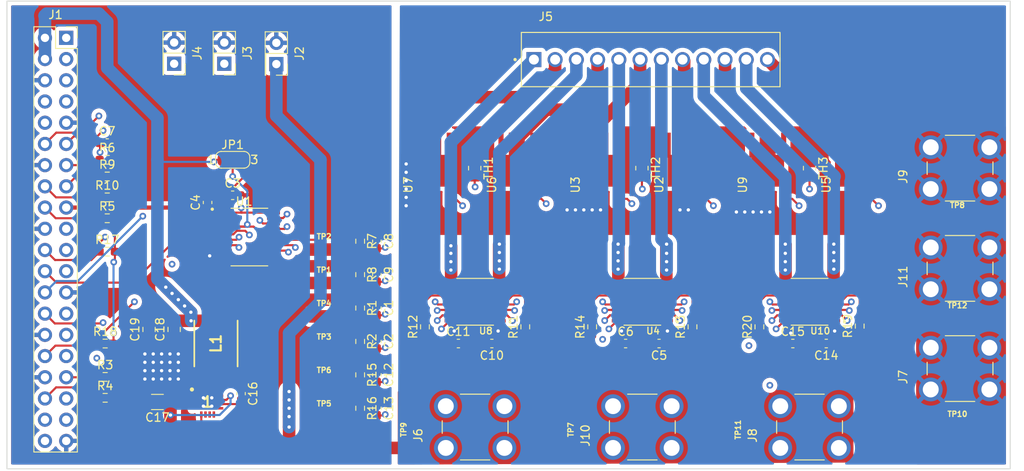
<source format=kicad_pcb>
(kicad_pcb (version 20211014) (generator pcbnew)
  (layers (0 "F.Cu" signal) (1 "In1.Cu" signal) (2 "In2.Cu" signal) (31 "B.Cu" signal) (34 "B.Paste" user) (35 "F.Paste" user) (36 "B.SilkS" user "B.Silkscreen") (37 "F.SilkS" user "F.Silkscreen") (38 "B.Mask" user) (39 "F.Mask" user) (44 "Edge.Cuts" user))
  (net 0 "")
  (net 1 "GND")
  (net 2 "/GATE_TEC0")
  (net 3 "/GATE_TEC1")
  (net 4 "+3.3V")
  (net 5 "/GATE_TEC2")
  (net 6 "/GATE_TEC3")
  (net 7 "/LED_SENS")
  (net 8 "/GATE_LED1")
  (net 9 "/GATE_LED0")
  (net 10 "Vdrive")
  (net 11 "+5V")
  (net 14 "/TEMP_LED0")
  (net 15 "/TEMP_LED1")
  (net 16 "/SPI_MOSI")
  (net 17 "/SPI_MISO")
  (net 18 "/SPI_SCK")
  (net 19 "/CS")
  (net 20 "/LATCH")
  (net 25 "Net-(JP1-Pad2)")
  (net 26 "Net-(R11-Pad2)")
  (net 27 "Net-(R12-Pad2)")
  (net 32 "/LED0-")
  (net 33 "/LED1-")
  (net 34 "/LED_LATCH")
  (net 35 "/LED_ENABLE")
  (net 36 "/LED0+")
  (net 37 "/LED1+")
  (net 38 "/TEC0_DIAG_ENABLE")
  (net 39 "/TEC1_DIAG_ENABLE")
  (net 40 "/SEL1")
  (net 41 "/TEMP_CHAMBER0")
  (net 42 "/LED_DIAG_ENABLE")
  (net 43 "/TEC_LED_LATCH")
  (net 44 "/TEC_CHAMBER_LATCH")
  (net 45 "/TEMP_CHAMBER1")
  (net 46 "/SEL0")
  (net 47 "Net-(R13-Pad2)")
  (net 48 "Net-(R14-Pad2)")
  (net 49 "Net-(R19-Pad2)")
  (net 50 "Net-(R20-Pad2)")
  (net 51 "/TEC0-")
  (net 52 "/TEC1-")
  (net 53 "/TEC_ENABLE")
  (net 54 "/TEC0+")
  (net 55 "/TEC1+")
  (net 56 "/TEC2-")
  (net 57 "/TEC3-")
  (net 58 "/TEC2+")
  (net 59 "/TEC3+")
  (net 60 "/TEMP_DRIVER_TEC_LED")
  (net 61 "/TEMP_DRIVER_TEC_CHAMBER")
  (net 62 "/TEMP_DRIVER_LED")
  (net 63 "Net-(1-Pad1)")
  (net 68 "Net-(1-Pad10)")
  (footprint "Connector_PinSocket_2.54mm:PinSocket_2x20_P2.54mm_Vertical" (layer "F.Cu") (at 119.09 61.4)
    (fp_text reference "J1")
    (fp_text value "Raspberry_Pi_2_3")
  )
  (footprint "Connector_PinSocket_2.54mm:PinSocket_2x01_P2.54mm_Vertical" (layer "F.Cu") (at 132 64.5 -90)
    (fp_text reference "J4")
    (fp_text value "TEMP_CHAMBER0")
  )
  (footprint "Resistor_SMD:R_0603_1608Metric_Pad0.98x0.95mm_HandSolder" (layer "F.Cu") (at 202 96 90)
    (fp_text reference "R20")
    (fp_text value "10k")
  )
  (footprint "Capacitor_SMD:C_0603_1608Metric_Pad1.08x0.95mm_HandSolder" (layer "F.Cu") (at 166 98)
    (fp_text reference "C11")
    (fp_text value "4.7u")
  )
  (footprint "custom_lib:TP420X150" (layer "F.Cu") (at 150.25 86.75)
    (fp_text reference "TP2")
    (fp_text value "GATE_LED1")
  )
  (footprint "Capacitor_SMD:C_0603_1608Metric_Pad1.08x0.95mm_HandSolder" (layer "F.Cu") (at 136 81.1125 90)
    (fp_text reference "C4")
    (fp_text value "10uF")
  )
  (footprint "Resistor_SMD:R_0603_1608Metric_Pad0.98x0.95mm_HandSolder" (layer "F.Cu") (at 124 83)
    (fp_text reference "R5")
    (fp_text value "10k")
  )
  (footprint "Resistor_SMD:R_0603_1608Metric_Pad0.98x0.95mm_HandSolder" (layer "F.Cu") (at 154.25 101.75 -90)
    (fp_text reference "R15")
    (fp_text value "1k")
  )
  (footprint "Resistor_SMD:R_0603_1608Metric_Pad0.98x0.95mm_HandSolder" (layer "F.Cu") (at 124 80.5)
    (fp_text reference "R10")
    (fp_text value "10k")
  )
  (footprint "Resistor_SMD:R_0603_1608Metric_Pad0.98x0.95mm_HandSolder" (layer "F.Cu") (at 124 87)
    (fp_text reference "R17")
    (fp_text value "10k")
  )
  (footprint "Resistor_SMD:R_0603_1608Metric_Pad0.98x0.95mm_HandSolder" (layer "F.Cu") (at 174 96 90)
    (fp_text reference "R11")
    (fp_text value "10k")
  )
  (footprint "custom_lib:PowerPAK SO-8DC" (layer "F.Cu") (at 203 78 90)
    (fp_text reference "U9")
    (fp_text value "SIDR392DP-T1-GE3")
  )
  (footprint "Jumper:SolderJumper-3_P1.3mm_Open_RoundedPad1.0x1.5mm_NumberLabels" (layer "F.Cu") (at 139 76)
    (fp_text reference "JP1")
    (fp_text value "Vref_select")
  )
  (footprint "custom_lib:PowerPAK SO-8DC" (layer "F.Cu") (at 183 78 90)
    (fp_text reference "U3")
    (fp_text value "SIDR392DP-T1-GE3")
  )
  (footprint "custom_lib:TE_1-282834-2" (layer "F.Cu") (at 189 64)
    (fp_text reference "J5")
    (fp_text value "1-282834-2")
  )
  (footprint "Resistor_SMD:R_0603_1608Metric_Pad0.98x0.95mm_HandSolder" (layer "F.Cu") (at 154.25 85.75 -90)
    (fp_text reference "R7")
    (fp_text value "1k")
  )
  (footprint "custom_lib:TP420X150" (layer "F.Cu") (at 150.25 98.75)
    (fp_text reference "TP3")
    (fp_text value "GATE_TEC0")
  )
  (footprint "custom_lib:SOP65P640X120-20N" (layer "F.Cu") (at 141 85.25)
    (fp_text reference "U1")
    (fp_text value "MCP48FEB28T-20E/ST")
  )
  (footprint "custom_lib:QFN50P300X300X100-17N-D" (layer "F.Cu") (at 136 105)
    (fp_text reference "1")
    (fp_text value "TS30012-M050QFNR" hide)
  )
  (footprint "Resistor_SMD:R_0805_2012Metric_Pad1.20x1.40mm_HandSolder" (layer "F.Cu") (at 187.95 77 -90)
    (fp_text reference "TH2")
    (fp_text value "Thermistor_NTC")
  )
  (footprint "Resistor_SMD:R_0603_1608Metric_Pad0.98x0.95mm_HandSolder" (layer "F.Cu") (at 194 96 90)
    (fp_text reference "R13")
    (fp_text value "10k")
  )
  (footprint "Capacitor_SMD:C_0805_2012Metric_Pad1.18x1.45mm_HandSolder" (layer "F.Cu") (at 132 96.315 90)
    (fp_text reference "C18")
    (fp_text value "22uF")
  )
  (footprint "Connector_PinSocket_2.54mm:PinSocket_2x01_P2.54mm_Vertical" (layer "F.Cu") (at 144.225 64.54 -90)
    (fp_text reference "J2")
    (fp_text value "FAN")
  )
  (footprint "custom_lib:KEYSTONE_7767" (layer "F.Cu") (at 226 77 90)
    (fp_text reference "J9")
    (fp_text value "GND")
  )
  (footprint "custom_lib:TP420X150" (layer "F.Cu") (at 226 83)
    (fp_text reference "TP8")
    (fp_text value "GND")
  )
  (footprint "custom_lib:PowerPAK SO-8DC" (layer "F.Cu") (at 163 78 90)
    (fp_text reference "U7")
    (fp_text value "SIDR392DP-T1-GE3")
  )
  (footprint "Capacitor_SMD:C_0603_1608Metric_Pad1.08x0.95mm_HandSolder" (layer "F.Cu") (at 210 98 180)
    (fp_text reference "C14")
    (fp_text value "220n")
  )
  (footprint "custom_lib:TP420X150" (layer "F.Cu") (at 201 108 90)
    (fp_text reference "TP11")
    (fp_text value "VDrive")
  )
  (footprint "custom_lib:KEYSTONE_7767" (layer "F.Cu") (at 226 101 90)
    (fp_text reference "J7")
    (fp_text value "GND")
  )
  (footprint "Resistor_SMD:R_0603_1608Metric_Pad0.98x0.95mm_HandSolder" (layer "F.Cu") (at 162 96 90)
    (fp_text reference "R12")
    (fp_text value "10k")
  )
  (footprint "Resistor_SMD:R_0603_1608Metric_Pad0.98x0.95mm_HandSolder" (layer "F.Cu") (at 154.25 97.75 -90)
    (fp_text reference "R2")
    (fp_text value "1k")
  )
  (footprint "Capacitor_SMD:C_0603_1608Metric_Pad1.08x0.95mm_HandSolder" (layer "F.Cu") (at 156.25 105.75 -90)
    (fp_text reference "C13")
    (fp_text value "100n")
  )
  (footprint "Capacitor_SMD:C_1206_3216Metric_Pad1.33x1.80mm_HandSolder" (layer "F.Cu") (at 130 105 180)
    (fp_text reference "C17")
    (fp_text value "10uF 35V")
  )
  (footprint "Resistor_SMD:R_0603_1608Metric_Pad0.98x0.95mm_HandSolder" (layer "F.Cu") (at 123.75 102)
    (fp_text reference "R3")
    (fp_text value "10k")
  )
  (footprint "custom_lib:PowerPAK SO-8DC" (layer "F.Cu") (at 173 78 90)
    (fp_text reference "U6")
    (fp_text value "SIDR392DP-T1-GE3")
  )
  (footprint "Capacitor_SMD:C_0603_1608Metric_Pad1.08x0.95mm_HandSolder" (layer "F.Cu") (at 156.25 85.75 -90)
    (fp_text reference "C8")
    (fp_text value "100n")
  )
  (footprint "Resistor_SMD:R_0603_1608Metric_Pad0.98x0.95mm_HandSolder" (layer "F.Cu") (at 123.75 104.5)
    (fp_text reference "R4")
    (fp_text value "10k")
  )
  (footprint "Resistor_SMD:R_0805_2012Metric_Pad1.20x1.40mm_HandSolder" (layer "F.Cu") (at 167.95 77 -90)
    (fp_text reference "TH1")
    (fp_text value "Thermistor_NTC")
  )
  (footprint "Connector_PinSocket_2.54mm:PinSocket_2x01_P2.54mm_Vertical" (layer "F.Cu") (at 138 64.5 -90)
    (fp_text reference "J3")
    (fp_text value "TEMP_CHAMBER1")
  )
  (footprint "Capacitor_SMD:C_0603_1608Metric_Pad1.08x0.95mm_HandSolder" (layer "F.Cu") (at 156.25 93.75 -90)
    (fp_text reference "C1")
    (fp_text value "100n")
  )
  (footprint "Resistor_SMD:R_0603_1608Metric_Pad0.98x0.95mm_HandSolder" (layer "F.Cu") (at 182 96 90)
    (fp_text reference "R14")
    (fp_text value "10k")
  )
  (footprint "custom_lib:SOP65P640X120-17N" (layer "F.Cu") (at 188 93 180)
    (fp_text reference "U4")
    (fp_text value "TPS2HB50BQPWPRQ1")
  )
  (footprint "Capacitor_SMD:C_0603_1608Metric_Pad1.08x0.95mm_HandSolder" (layer "F.Cu") (at 190 98 180)
    (fp_text reference "C5")
    (fp_text value "220n")
  )
  (footprint "Resistor_SMD:R_0603_1608Metric_Pad0.98x0.95mm_HandSolder" (layer "F.Cu") (at 154.25 89.75 -90)
    (fp_text reference "R8")
    (fp_text value "1k")
  )
  (footprint "Capacitor_SMD:C_0603_1608Metric_Pad1.08x0.95mm_HandSolder" (layer "F.Cu") (at 140 104 -90)
    (fp_text reference "C16")
    (fp_text value "0.022uF 10V")
  )
  (footprint "custom_lib:TP420X150" (layer "F.Cu") (at 181 108 90)
    (fp_text reference "TP7")
    (fp_text value "VDrive")
  )
  (footprint "custom_lib:TP420X150" (layer "F.Cu") (at 161 108 90)
    (fp_text reference "TP9")
    (fp_text value "VDrive")
  )
  (footprint "custom_lib:KEYSTONE_7767" (layer "F.Cu") (at 188 108 90)
    (fp_text reference "J10")
    (fp_text value "VDrive")
  )
  (footprint "Resistor_SMD:R_0603_1608Metric_Pad0.98x0.95mm_HandSolder" (layer "F.Cu") (at 154.25 93.75 -90)
    (fp_text reference "R1")
    (fp_text value "1k")
  )
  (footprint "custom_lib:PowerPAK SO-8DC" (layer "F.Cu") (at 193 78 90)
    (fp_text reference "U2")
    (fp_text value "SIDR392DP-T1-GE3")
  )
  (footprint "Capacitor_SMD:C_0603_1608Metric_Pad1.08x0.95mm_HandSolder" (layer "F.Cu") (at 156.25 101.75 -90)
    (fp_text reference "C12")
    (fp_text value "100n")
  )
  (footprint "Resistor_SMD:R_0603_1608Metric_Pad0.98x0.95mm_HandSolder" (layer "F.Cu") (at 124 78)
    (fp_text reference "R9")
    (fp_text value "10k")
  )
  (footprint "Resistor_SMD:R_0805_2012Metric_Pad1.20x1.40mm_HandSolder" (layer "F.Cu") (at 208 77 -90)
    (fp_text reference "TH3")
    (fp_text value "Thermistor_NTC")
  )
  (footprint "custom_lib:TP420X150" (layer "F.Cu") (at 226 108)
    (fp_text reference "TP10")
    (fp_text value "GND")
  )
  (footprint "custom_lib:SOP65P640X120-17N" (layer "F.Cu") (at 168 93 180)
    (fp_text reference "U8")
    (fp_text value "TPS2HB50BQPWPRQ1")
  )
  (footprint "custom_lib:SOP65P640X120-17N" (layer "F.Cu") (at 208 93 180)
    (fp_text reference "U10")
    (fp_text value "TPS2HB50BQPWPRQ1")
  )
  (footprint "custom_lib:KEYSTONE_7767" (layer "F.Cu") (at 208 108 90)
    (fp_text reference "J8")
    (fp_text value "VDrive")
  )
  (footprint "Capacitor_SMD:C_0603_1608Metric_Pad1.08x0.95mm_HandSolder" (layer "F.Cu") (at 156.25 89.75 -90)
    (fp_text reference "C9")
    (fp_text value "100n")
  )
  (footprint "Capacitor_SMD:C_0603_1608Metric_Pad1.08x0.95mm_HandSolder" (layer "F.Cu") (at 139 80.25)
    (fp_text reference "C3")
    (fp_text value "100n")
  )
  (footprint "Resistor_SMD:R_0603_1608Metric_Pad0.98x0.95mm_HandSolder" (layer "F.Cu") (at 123.75 98)
    (fp_text reference "R18")
    (fp_text value "10k")
  )
  (footprint "custom_lib:TP420X150" (layer "F.Cu") (at 226 95)
    (fp_text reference "TP12")
    (fp_text value "GND")
  )
  (footprint "Capacitor_SMD:C_0805_2012Metric_Pad1.18x1.45mm_HandSolder" (layer "F.Cu") (at 129 96.315 90)
    (fp_text reference "C19")
    (fp_text value "22uF")
  )
  (footprint "custom_lib:KEYSTONE_7767" (layer "F.Cu") (at 226 89 90)
    (fp_text reference "J11")
    (fp_text value "GND")
  )
  (footprint "custom_lib:INDPM5552X300N" (layer "F.Cu") (at 137 98 90)
    (fp_text reference "L1")
    (fp_text value "IHLP2020CZER4R7MA1" hide)
  )
  (footprint "Capacitor_SMD:C_0603_1608Metric_Pad1.08x0.95mm_HandSolder" (layer "F.Cu") (at 156.25 97.75 -90)
    (fp_text reference "C2")
    (fp_text value "100n")
  )
  (footprint "Capacitor_SMD:C_0603_1608Metric_Pad1.08x0.95mm_HandSolder" (layer "F.Cu") (at 186 98)
    (fp_text reference "C6")
    (fp_text value "4.7u")
  )
  (footprint "custom_lib:KEYSTONE_7767" (layer "F.Cu") (at 168 108 90)
    (fp_text reference "J6")
    (fp_text value "VDrive")
  )
  (footprint "Capacitor_SMD:C_0603_1608Metric_Pad1.08x0.95mm_HandSolder" (layer "F.Cu") (at 170 98 180)
    (fp_text reference "C10")
    (fp_text value "220n")
  )
  (footprint "custom_lib:TP420X150" (layer "F.Cu") (at 150.25 90.75)
    (fp_text reference "TP1")
    (fp_text value "GATE_LED0")
  )
  (footprint "Resistor_SMD:R_0603_1608Metric_Pad0.98x0.95mm_HandSolder" (layer "F.Cu") (at 124 76)
    (fp_text reference "R6")
    (fp_text value "1k")
  )
  (footprint "custom_lib:TP420X150" (layer "F.Cu") (at 150.25 102.75)
    (fp_text reference "TP6")
    (fp_text value "GATE_TEC3")
  )
  (footprint "custom_lib:TP420X150" (layer "F.Cu") (at 150.25 94.75)
    (fp_text reference "TP4")
    (fp_text value "GATE_TEC1")
  )
  (footprint "Capacitor_SMD:C_0603_1608Metric_Pad1.08x0.95mm_HandSolder" (layer "F.Cu") (at 206 98)
    (fp_text reference "C15")
    (fp_text value "4.7u")
  )
  (footprint "custom_lib:PowerPAK SO-8DC" (layer "F.Cu") (at 213 78 90)
    (fp_text reference "U5")
    (fp_text value "SIDR392DP-T1-GE3")
  )
  (footprint "custom_lib:TP420X150" (layer "F.Cu") (at 150.25 106.75)
    (fp_text reference "TP5")
    (fp_text value "GATE_TEC2")
  )
  (footprint "Resistor_SMD:R_0603_1608Metric_Pad0.98x0.95mm_HandSolder" (layer "F.Cu") (at 214 95.9125 90)
    (fp_text reference "R19")
    (fp_text value "10k")
  )
  (footprint "Resistor_SMD:R_0603_1608Metric_Pad0.98x0.95mm_HandSolder" (layer "F.Cu") (at 154.25 105.75 -90)
    (fp_text reference "R16")
    (fp_text value "1k")
  )
  (footprint "Capacitor_SMD:C_0603_1608Metric_Pad1.08x0.95mm_HandSolder" (layer "F.Cu") (at 124 74)
    (fp_text reference "C7")
    (fp_text value "10n")
  )
  (gr_rect (start 112 57) (end 232 113) (layer "Edge.Cuts") (width 0.1) (fill none))
  (segment (start 138.12 87.525) (end 136.275 87.525) (width 0.25) (layer "F.Cu") (net 1))
  (segment (start 165.1375 96.8625) (end 165.5 96.5) (width 0.25) (layer "F.Cu") (net 1))
  (segment (start 190.87 95.275) (end 190.87 96.37) (width 0.25) (layer "F.Cu") (net 1))
  (segment (start 190.87 96.37) (end 191 96.5) (width 0.25) (layer "F.Cu") (net 1))
  (segment (start 205.1375 97.3625) (end 205.75 96.75) (width 0.25) (layer "F.Cu") (net 1))
  (segment (start 210.8625 98) (end 210.8625 96.6375) (width 0.25) (layer "F.Cu") (net 1))
  (segment (start 134.5 105.75) (end 135.25 105.75) (width 0.25) (layer "F.Cu") (net 1))
  (segment (start 135.75 104.75) (end 136 105) (width 0.25) (layer "F.Cu") (net 1))
  (segment (start 135.25 105.75) (end 135.5 105.5) (width 0.25) (layer "F.Cu") (net 1))
  (segment (start 136.25 103.5) (end 136.25 104.75) (width 0.25) (layer "F.Cu") (net 1))
  (segment (start 170.87 95.275) (end 170.87 96.38) (width 0.25) (layer "F.Cu") (net 1))
  (segment (start 210.87 96.37) (end 211 96.5) (width 0.25) (layer "F.Cu") (net 1))
  (segment (start 210.87 95.275) (end 210.87 96.37) (width 0.25) (layer "F.Cu") (net 1))
  (segment (start 170.87 96.38) (end 170.75 96.5) (width 0.25) (layer "F.Cu") (net 1))
  (segment (start 170.75 97.8875) (end 170.8625 98) (width 0.25) (layer "F.Cu") (net 1))
  (segment (start 170.75 96.5) (end 170.75 97.8875) (width 0.25) (layer "F.Cu") (net 1))
  (segment (start 135.75 103.5) (end 135.75 104.75) (width 0.25) (layer "F.Cu") (net 1))
  (segment (start 165.1375 98) (end 165.1375 96.8625) (width 0.25) (layer "F.Cu") (net 1))
  (segment (start 136.275 87.525) (end 136.25 87.5) (width 0.25) (layer "F.Cu") (net 1))
  (segment (start 210.8625 96.6375) (end 211 96.5) (width 0.25) (layer "F.Cu") (net 1))
  (segment (start 185.1375 96.8625) (end 185.5 96.5) (width 0.25) (layer "F.Cu") (net 1))
  (segment (start 191 96.5) (end 191 97.8625) (width 0.25) (layer "F.Cu") (net 1))
  (segment (start 191 97.8625) (end 190.8625 98) (width 0.25) (layer "F.Cu") (net 1))
  (segment (start 136.25 104.75) (end 136 105) (width 0.25) (layer "F.Cu") (net 1))
  (segment (start 185.1375 98) (end 185.1375 96.8625) (width 0.25) (layer "F.Cu") (net 1))
  (segment (start 205.1375 98) (end 205.1375 97.3625) (width 0.25) (layer "F.Cu") (net 1))
  (via (at 136.5 105.5) (size 0.8) (drill 0.4) (layers "F.Cu" "B.Cu") (net 1))
  (via (at 131.5 99.25) (size 0.8) (drill 0.4) (layers "F.Cu" "B.Cu") (net 1))
  (via (at 129.5 99.25) (size 0.8) (drill 0.4) (layers "F.Cu" "B.Cu") (net 1))
  (via (at 199.25 82.25) (size 0.8) (drill 0.4) (layers "F.Cu" "B.Cu") (net 1))
  (via (at 159.75 76.5) (size 0.8) (drill 0.4) (layers "F.Cu" "B.Cu") (net 1))
  (via (at 182 82) (size 0.8) (drill 0.4) (layers "F.Cu" "B.Cu") (net 1))
  (via (at 136.25 87.5) (size 0.8) (drill 0.4) (layers "F.Cu" "B.Cu") (net 1))
  (via (at 131.5 100.25) (size 0.8) (drill 0.4) (layers "F.Cu" "B.Cu") (net 1))
  (via (at 179 82) (size 0.8) (drill 0.4) (layers "F.Cu" "B.Cu") (net 1))
  (via (at 159.75 80.5) (size 0.8) (drill 0.4) (layers "F.Cu" "B.Cu") (net 1))
  (via (at 136.5 104.5) (size 0.8) (drill 0.4) (layers "F.Cu" "B.Cu") (net 1))
  (via (at 159.75 81.5) (size 0.8) (drill 0.4) (layers "F.Cu" "B.Cu") (net 1))
  (via (at 128.5 101.25) (size 0.8) (drill 0.4) (layers "F.Cu" "B.Cu") (net 1))
  (via (at 201.25 82.25) (size 0.8) (drill 0.4) (layers "F.Cu" "B.Cu") (net 1))
  (via (at 132.5 100.25) (size 0.8) (drill 0.4) (layers "F.Cu" "B.Cu") (net 1))
  (via (at 170.75 96.5) (size 0.8) (drill 0.4) (layers "F.Cu" "B.Cu") (net 1))
  (via (at 129.5 102.25) (size 0.8) (drill 0.4) (layers "F.Cu" "B.Cu") (net 1))
  (via (at 159.75 79.5) (size 0.8) (drill 0.4) (layers "F.Cu" "B.Cu") (net 1))
  (via (at 130.5 102.25) (size 0.8) (drill 0.4) (layers "F.Cu" "B.Cu") (net 1))
  (via (at 130.5 101.25) (size 0.8) (drill 0.4) (layers "F.Cu" "B.Cu") (net 1))
  (via (at 128.5 102.25) (size 0.8) (drill 0.4) (layers "F.Cu" "B.Cu") (net 1))
  (via (at 130.5 100.25) (size 0.8) (drill 0.4) (layers "F.Cu" "B.Cu") (net 1))
  (via (at 185.5 96.5) (size 0.8) (drill 0.4) (layers "F.Cu" "B.Cu") (net 1))
  (via (at 159.75 78.5) (size 0.8) (drill 0.4) (layers "F.Cu" "B.Cu") (net 1))
  (via (at 131.5 102.25) (size 0.8) (drill 0.4) (layers "F.Cu" "B.Cu") (net 1))
  (via (at 128.5 99.25) (size 0.8) (drill 0.4) (layers "F.Cu" "B.Cu") (net 1))
  (via (at 192.5 82) (size 0.8) (drill 0.4) (layers "F.Cu" "B.Cu") (net 1))
  (via (at 159.75 77.5) (size 0.8) (drill 0.4) (layers "F.Cu" "B.Cu") (net 1))
  (via (at 205.75 96.75) (size 0.8) (drill 0.4) (layers "F.Cu" "B.Cu") (net 1))
  (via (at 135.5 105.5) (size 0.8) (drill 0.4) (layers "F.Cu" "B.Cu") (net 1))
  (via (at 200.25 82.25) (size 0.8) (drill 0.4) (layers "F.Cu" "B.Cu") (net 1))
  (via (at 132.5 101.25) (size 0.8) (drill 0.4) (layers "F.Cu" "B.Cu") (net 1))
  (via (at 165.5 96.5) (size 0.8) (drill 0.4) (layers "F.Cu" "B.Cu") (net 1))
  (via (at 180 82) (size 0.8) (drill 0.4) (layers "F.Cu" "B.Cu") (net 1))
  (via (at 183 82) (size 0.8) (drill 0.4) (layers "F.Cu" "B.Cu") (net 1))
  (via (at 128.5 100.25) (size 0.8) (drill 0.4) (layers "F.Cu" "B.Cu") (net 1))
  (via (at 211 96.5) (size 0.8) (drill 0.4) (layers "F.Cu" "B.Cu") (net 1))
  (via (at 132.5 102.25) (size 0.8) (drill 0.4) (layers "F.Cu" "B.Cu") (net 1))
  (via (at 193.5 82) (size 0.8) (drill 0.4) (layers "F.Cu" "B.Cu") (net 1))
  (via (at 132.5 99.25) (size 0.8) (drill 0.4) (layers "F.Cu" "B.Cu") (net 1))
  (via (at 191 96.5) (size 0.8) (drill 0.4) (layers "F.Cu" "B.Cu") (net 1))
  (via (at 202.25 82.25) (size 0.8) (drill 0.4) (layers "F.Cu" "B.Cu") (net 1))
  (via (at 203.25 82.25) (size 0.8) (drill 0.4) (layers "F.Cu" "B.Cu") (net 1))
  (via (at 129.5 100.25) (size 0.8) (drill 0.4) (layers "F.Cu" "B.Cu") (net 1))
  (via (at 181 82) (size 0.8) (drill 0.4) (layers "F.Cu" "B.Cu") (net 1))
  (via (at 135.5 104.5) (size 0.8) (drill 0.4) (layers "F.Cu" "B.Cu") (net 1))
  (via (at 130.5 99.25) (size 0.8) (drill 0.4) (layers "F.Cu" "B.Cu") (net 1))
  (via (at 129.5 101.25) (size 0.8) (drill 0.4) (layers "F.Cu" "B.Cu") (net 1))
  (via (at 131.5 101.25) (size 0.8) (drill 0.4) (layers "F.Cu" "B.Cu") (net 1))
  (segment (start 195.67 80.67) (end 196.5 81.5) (width 0.25) (layer "F.Cu") (net 2))
  (segment (start 156.25 98.6125) (end 157.1375 98.6125) (width 0.25) (layer "F.Cu") (net 2))
  (segment (start 157.1375 98.6125) (end 157.25 98.5) (width 0.25) (layer "F.Cu") (net 2))
  (segment (start 138.12 85.575) (end 139.449598 85.575) (width 0.25) (layer "F.Cu") (net 2))
  (segment (start 150.25 98.75) (end 156.1125 98.75) (width 0.25) (layer "F.Cu") (net 2))
  (segment (start 156.1125 98.75) (end 156.25 98.6125) (width 0.25) (layer "F.Cu") (net 2))
  (segment (start 194.905 80.67) (end 195.67 80.67) (width 0.25) (layer "F.Cu") (net 2))
  (segment (start 139.449598 85.575) (end 139.762299 85.262299) (width 0.25) (layer "F.Cu") (net 2))
  (via (at 196.5 81.5) (size 0.8) (drill 0.4) (layers "F.Cu" "B.Cu") (net 2))
  (via (at 157.25 98.5) (size 0.8) (drill 0.4) (layers "F.Cu" "B.Cu") (net 2))
  (via (at 139.762299 85.262299) (size 0.8) (drill 0.4) (layers "F.Cu" "B.Cu") (net 2))
  (segment (start 150.25 94.75) (end 156.1125 94.75) (width 0.25) (layer "F.Cu") (net 3))
  (segment (start 143.88 86.225) (end 146.225 86.225) (width 0.25) (layer "F.Cu") (net 3))
  (segment (start 156.1125 94.75) (end 156.25 94.6125) (width 0.25) (layer "F.Cu") (net 3))
  (segment (start 157.1375 94.6125) (end 157.25 94.5) (width 0.25) (layer "F.Cu") (net 3))
  (segment (start 184.905 80.67) (end 186.17 80.67) (width 0.25) (layer "F.Cu") (net 3))
  (segment (start 146.225 86.225) (end 146.5 86.5) (width 0.25) (layer "F.Cu") (net 3))
  (segment (start 156.25 94.6125) (end 157.1375 94.6125) (width 0.25) (layer "F.Cu") (net 3))
  (segment (start 186.17 80.67) (end 186.75 81.25) (width 0.25) (layer "F.Cu") (net 3))
  (via (at 157.25 94.5) (size 0.8) (drill 0.4) (layers "F.Cu" "B.Cu") (net 3))
  (via (at 186.75 81.25) (size 0.8) (drill 0.4) (layers "F.Cu" "B.Cu") (net 3))
  (via (at 146.5 86.5) (size 0.8) (drill 0.4) (layers "F.Cu" "B.Cu") (net 3))
  (segment (start 140.3 78.0875) (end 138.1375 80.25) (width 0.25) (layer "F.Cu") (net 4))
  (segment (start 119.09 81.72) (end 135.745 81.72) (width 0.5) (layer "F.Cu") (net 4))
  (segment (start 124.75 96.75) (end 124.75 97.9125) (width 0.25) (layer "F.Cu") (net 4))
  (segment (start 140.3 76) (end 140.3 78.0875) (width 0.25) (layer "F.Cu") (net 4))
  (segment (start 119.09 81.72) (end 123.6925 81.72) (width 0.25) (layer "F.Cu") (net 4))
  (segment (start 135.745 81.72) (end 136 81.975) (width 0.5) (layer "F.Cu") (net 4))
  (segment (start 124.9125 88.113) (end 124.7755 88.25) (width 0.25) (layer "F.Cu") (net 4))
  (segment (start 137.725 80.25) (end 136 81.975) (width 0.25) (layer "F.Cu") (net 4))
  (segment (start 124.9125 83) (end 124.9125 87) (width 0.25) (layer "F.Cu") (net 4))
  (segment (start 124.6625 98) (end 124.6625 104.5) (width 0.25) (layer "F.Cu") (net 4))
  (segment (start 138.12 82.975) (end 137 82.975) (width 0.25) (layer "F.Cu") (net 4))
  (segment (start 124.75 97.9125) (end 124.6625 98) (width 0.25) (layer "F.Cu") (net 4))
  (segment (start 138.1375 80.25) (end 137.725 80.25) (width 0.25) (layer "F.Cu") (net 4))
  (segment (start 123.6925 81.72) (end 124.9125 80.5) (width 0.25) (layer "F.Cu") (net 4))
  (segment (start 124.9125 87) (end 124.9125 88.113) (width 0.25) (layer "F.Cu") (net 4))
  (segment (start 123.6925 81.78) (end 124.9125 83) (width 0.25) (layer "F.Cu") (net 4))
  (segment (start 123.6925 81.72) (end 123.6925 81.78) (width 0.25) (layer "F.Cu") (net 4))
  (segment (start 137 82.975) (end 136 81.975) (width 0.25) (layer "F.Cu") (net 4))
  (segment (start 124.9125 80.5) (end 124.9125 78) (width 0.25) (layer "F.Cu") (net 4))
  (via (at 124.7755 88.25) (size 0.8) (drill 0.4) (layers "F.Cu" "B.Cu") (net 4))
  (via (at 124.75 96.75) (size 0.8) (drill 0.4) (layers "F.Cu" "B.Cu") (net 4))
  (segment (start 124.75 88.2755) (end 124.75 96.75) (width 0.25) (layer "B.Cu") (net 4))
  (segment (start 124.7755 88.25) (end 124.75 88.2755) (width 0.25) (layer "B.Cu") (net 4))
  (segment (start 214.905 80.67) (end 215.42 80.67) (width 0.25) (layer "F.Cu") (net 5))
  (segment (start 138.12 86.225) (end 139.475 86.225) (width 0.25) (layer "F.Cu") (net 5))
  (segment (start 215.42 80.67) (end 216.25 81.5) (width 0.25) (layer "F.Cu") (net 5))
  (segment (start 139.475 86.225) (end 139.75 86.5) (width 0.25) (layer "F.Cu") (net 5))
  (segment (start 156.25 106.6125) (end 157.1375 106.6125) (width 0.25) (layer "F.Cu") (net 5))
  (segment (start 156.1125 106.75) (end 156.25 106.6125) (width 0.25) (layer "F.Cu") (net 5))
  (segment (start 150.25 106.75) (end 156.1125 106.75) (width 0.25) (layer "F.Cu") (net 5))
  (segment (start 157.1375 106.6125) (end 157.25 106.5) (width 0.25) (layer "F.Cu") (net 5))
  (via (at 139.75 86.5) (size 0.8) (drill 0.4) (layers "F.Cu" "B.Cu") (net 5))
  (via (at 216.25 81.5) (size 0.8) (drill 0.4) (layers "F.Cu" "B.Cu") (net 5))
  (via (at 157.25 106.5) (size 0.8) (drill 0.4) (layers "F.Cu" "B.Cu") (net 5))
  (segment (start 156.25 102.6125) (end 157.1375 102.6125) (width 0.25) (layer "F.Cu") (net 6))
  (segment (start 205.92 80.67) (end 206.75 81.5) (width 0.25) (layer "F.Cu") (net 6))
  (segment (start 157.1375 102.6125) (end 157.25 102.5) (width 0.25) (layer "F.Cu") (net 6))
  (segment (start 204.905 80.67) (end 205.92 80.67) (width 0.25) (layer "F.Cu") (net 6))
  (segment (start 156.1125 102.75) (end 156.25 102.6125) (width 0.25) (layer "F.Cu") (net 6))
  (segment (start 145.488939 86.875) (end 145.668363 87.054424) (width 0.25) (layer "F.Cu") (net 6))
  (segment (start 143.88 86.875) (end 145.488939 86.875) (width 0.25) (layer "F.Cu") (net 6))
  (segment (start 150.25 102.75) (end 156.1125 102.75) (width 0.25) (layer "F.Cu") (net 6))
  (via (at 206.75 81.5) (size 0.8) (drill 0.4) (layers "F.Cu" "B.Cu") (net 6))
  (via (at 157.25 102.5) (size 0.8) (drill 0.4) (layers "F.Cu" "B.Cu") (net 6))
  (via (at 145.668363 87.054424) (size 0.8) (drill 0.4) (layers "F.Cu" "B.Cu") (net 6))
  (segment (start 210.87 94.625) (end 211.875 94.625) (width 0.25) (layer "F.Cu") (net 7))
  (segment (start 211.875 94.625) (end 212.5 95.25) (width 0.25) (layer "F.Cu") (net 7))
  (segment (start 191.875 94.625) (end 192.5 95.25) (width 0.25) (layer "F.Cu") (net 7))
  (segment (start 123.1375 75.1125) (end 123.1375 75.95) (width 0.25) (layer "F.Cu") (net 7))
  (segment (start 171.844973 94.625) (end 172.469973 95.25) (width 0.25) (layer "F.Cu") (net 7))
  (segment (start 122.4475 76.64) (end 119.09 76.64) (width 0.25) (layer "F.Cu") (net 7))
  (segment (start 170.839973 94.625) (end 171.844973 94.625) (width 0.25) (layer "F.Cu") (net 7))
  (segment (start 190.87 94.625) (end 191.875 94.625) (width 0.25) (layer "F.Cu") (net 7))
  (segment (start 123.1375 74) (end 123.1375 75.1125) (width 0.25) (layer "F.Cu") (net 7))
  (segment (start 123.0875 76) (end 122.4475 76.64) (width 0.25) (layer "F.Cu") (net 7))
  (segment (start 123.1375 75.95) (end 123.0875 76) (width 0.25) (layer "F.Cu") (net 7))
  (via (at 200.75 98.25) (size 0.8) (drill 0.4) (layers "F.Cu" "B.Cu") (net 7))
  (via (at 172.469973 95.25) (size 0.8) (drill 0.4) (layers "F.Cu" "B.Cu") (net 7))
  (via (at 123.1375 75.1125) (size 0.8) (drill 0.4) (layers "F.Cu" "B.Cu") (net 7))
  (via (at 183.25 97.5) (size 0.8) (drill 0.4) (layers "F.Cu" "B.Cu") (net 7))
  (via (at 212.5 95.25) (size 0.8) (drill 0.4) (layers "F.Cu" "B.Cu") (net 7))
  (via (at 192.5 95.25) (size 0.8) (drill 0.4) (layers "F.Cu" "B.Cu") (net 7))
  (segment (start 165.67 80.67) (end 166.5 81.5) (width 0.25) (layer "F.Cu") (net 8))
  (segment (start 156.25 86.6125) (end 157.1375 86.6125) (width 0.25) (layer "F.Cu") (net 8))
  (segment (start 156.1125 86.75) (end 156.25 86.6125) (width 0.25) (layer "F.Cu") (net 8))
  (segment (start 149.075 85.575) (end 150.25 86.75) (width 0.25) (layer "F.Cu") (net 8))
  (segment (start 157.1375 86.6125) (end 157.25 86.5) (width 0.25) (layer "F.Cu") (net 8))
  (segment (start 164.905 80.67) (end 165.67 80.67) (width 0.25) (layer "F.Cu") (net 8))
  (segment (start 150.25 86.75) (end 156.1125 86.75) (width 0.25) (layer "F.Cu") (net 8))
  (segment (start 143.88 85.575) (end 149.075 85.575) (width 0.25) (layer "F.Cu") (net 8))
  (via (at 157.25 86.5) (size 0.8) (drill 0.4) (layers "F.Cu" "B.Cu") (net 8))
  (via (at 166.5 81.5) (size 0.8) (drill 0.4) (layers "F.Cu" "B.Cu") (net 8))
  (segment (start 139.075 84.925) (end 139.5 84.5) (width 0.25) (layer "F.Cu") (net 9))
  (segment (start 150.25 90.75) (end 156.1125 90.75) (width 0.25) (layer "F.Cu") (net 9))
  (segment (start 157.1375 90.6125) (end 157.25 90.5) (width 0.25) (layer "F.Cu") (net 9))
  (segment (start 174.905 80.67) (end 175.92 80.67) (width 0.25) (layer "F.Cu") (net 9))
  (segment (start 156.1125 90.75) (end 156.25 90.6125) (width 0.25) (layer "F.Cu") (net 9))
  (segment (start 156.25 90.6125) (end 157.1375 90.6125) (width 0.25) (layer "F.Cu") (net 9))
  (segment (start 175.92 80.67) (end 176.5 81.25) (width 0.25) (layer "F.Cu") (net 9))
  (segment (start 138.12 84.925) (end 139.075 84.925) (width 0.25) (layer "F.Cu") (net 9))
  (segment (start 140.5 84.5) (end 141 85) (width 0.25) (layer "F.Cu") (net 9))
  (segment (start 139.5 84.5) (end 140.5 84.5) (width 0.25) (layer "F.Cu") (net 9))
  (via (at 157.25 90.5) (size 0.8) (drill 0.4) (layers "F.Cu" "B.Cu") (net 9))
  (via (at 141 85) (size 0.8) (drill 0.4) (layers "F.Cu" "B.Cu") (net 9))
  (via (at 176.5 81.25) (size 0.8) (drill 0.4) (layers "F.Cu" "B.Cu") (net 9))
  (segment (start 131.8125 104.75) (end 131.5625 105) (width 0.25) (layer "F.Cu") (net 10))
  (segment (start 186.8625 98.8875) (end 186.8625 98) (width 0.25) (layer "F.Cu") (net 10))
  (segment (start 170.3875 99.25) (end 169.1375 98) (width 0.25) (layer "F.Cu") (net 10))
  (segment (start 165.75 99.25) (end 166.8625 98.1375) (width 0.25) (layer "F.Cu") (net 10))
  (segment (start 145.75 108) (end 145.75 106.75) (width 1.5) (layer "F.Cu") (net 10))
  (segment (start 131.8125 105.25) (end 131.5625 105) (width 0.25) (layer "F.Cu") (net 10))
  (segment (start 138.25 104.75) (end 138.75 104.25) (width 0.25) (layer "F.Cu") (net 10))
  (segment (start 131.5625 106.5625) (end 131.5625 105) (width 1.5) (layer "F.Cu") (net 10))
  (segment (start 203 99.25) (end 206.25 99.25) (width 0.25) (layer "F.Cu") (net 10))
  (segment (start 182 98.25) (end 183.25 99.5) (width 0.25) (layer "F.Cu") (net 10))
  (segment (start 137.5 104.75) (end 138.25 104.75) (width 0.25) (layer "F.Cu") (net 10))
  (segment (start 134.5 105.25) (end 131.8125 105.25) (width 0.25) (layer "F.Cu") (net 10))
  (segment (start 212.75 99.25) (end 214 98) (width 0.25) (layer "F.Cu") (net 10))
  (segment (start 209.1375 98.8875) (end 209.5 99.25) (width 0.25) (layer "F.Cu") (net 10))
  (segment (start 174 96.9125) (end 174 98.75) (width 0.25) (layer "F.Cu") (net 10))
  (segment (start 189.1375 98) (end 189.1375 98.3875) (width 0.25) (layer "F.Cu") (net 10))
  (segment (start 131.5625 108.8125) (end 131.5625 106.5625) (width 1.5) (layer "F.Cu") (net 10))
  (segment (start 145.75 110.5) (end 133.25 110.5) (width 1.5) (layer "F.Cu") (net 10))
  (segment (start 186.25 99.5) (end 186.8625 98.8875) (width 0.25) (layer "F.Cu") (net 10))
  (segment (start 145.75 105.75) (end 145.75 104.75) (width 1.5) (layer "F.Cu") (net 10))
  (segment (start 194 98.75) (end 194 96.9125) (width 0.25) (layer "F.Cu") (net 10))
  (segment (start 202 96.9125) (end 202 98.25) (width 0.25) (layer "F.Cu") (net 10))
  (segment (start 162 97.5) (end 163.75 99.25) (width 0.25) (layer "F.Cu") (net 10))
  (segment (start 214 98) (end 214 96.825) (width 0.25) (layer "F.Cu") (net 10))
  (segment (start 206.8625 98.6375) (end 206.8625 98) (width 0.25) (layer "F.Cu") (net 10))
  (segment (start 145.75 109.5) (end 145.75 108) (width 1.5) (layer "F.Cu") (net 10))
  (segment (start 209.1375 98) (end 209.1375 98.8875) (width 0.25) (layer "F.Cu") (net 10))
  (segment (start 145.75 104.75) (end 145.75 103.75) (width 1.5) (layer "F.Cu") (net 10))
  (segment (start 162 96.9125) (end 162 97.5) (width 0.25) (layer "F.Cu") (net 10))
  (segment (start 173.5 99.25) (end 170.3875 99.25) (width 0.25) (layer "F.Cu") (net 10))
  (segment (start 145.75 110.5) (end 145.75 109.5) (width 1.5) (layer "F.Cu") (net 10))
  (segment (start 183.25 99.5) (end 186.25 99.5) (width 0.25) (layer "F.Cu") (net 10))
  (segment (start 134.5 104.75) (end 131.8125 104.75) (width 0.25) (layer "F.Cu") (net 10))
  (segment (start 209.5 99.25) (end 212.75 99.25) (width 0.25) (layer "F.Cu") (net 10))
  (segment (start 174 98.75) (end 173.5 99.25) (width 0.25) (layer "F.Cu") (net 10))
  (segment (start 190.25 99.5) (end 193.25 99.5) (width 0.25) (layer "F.Cu") (net 10))
  (segment (start 166.8625 98.1375) (end 166.8625 98) (width 0.25) (layer "F.Cu") (net 10))
  (segment (start 193.25 99.5) (end 194 98.75) (width 0.25) (layer "F.Cu") (net 10))
  (segment (start 182 96.9125) (end 182 98.25) (width 0.25) (layer "F.Cu") (net 10))
  (segment (start 163.75 99.25) (end 165.75 99.25) (width 0.25) (layer "F.Cu") (net 10))
  (segment (start 189.1375 98.3875) (end 190.25 99.5) (width 0.25) (layer "F.Cu") (net 10))
  (segment (start 164.495 110.5) (end 145.75 110.5) (width 1.5) (layer "F.Cu") (net 10))
  (segment (start 145.75 106.75) (end 145.75 105.75) (width 1.5) (layer "F.Cu") (net 10))
  (segment (start 202 98.25) (end 203 99.25) (width 0.25) (layer "F.Cu") (net 10))
  (segment (start 206.25 99.25) (end 206.8625 98.6375) (width 0.25) (layer "F.Cu") (net 10))
  (segment (start 133.25 110.5) (end 131.5625 108.8125) (width 1.5) (layer "F.Cu") (net 10))
  (via (at 145.75 108) (size 0.8) (drill 0.4) (layers "F.Cu" "B.Cu") (net 10))
  (via (at 145.75 105.75) (size 0.8) (drill 0.4) (layers "F.Cu" "B.Cu") (net 10))
  (via (at 145.75 103.75) (size 0.8) (drill 0.4) (layers "F.Cu" "B.Cu") (net 10))
  (via (at 131.5625 106.5625) (size 0.8) (drill 0.4) (layers "F.Cu" "B.Cu") (net 10))
  (via (at 145.75 106.75) (size 0.8) (drill 0.4) (layers "F.Cu" "B.Cu") (net 10))
  (via (at 138.75 104.25) (size 0.8) (drill 0.4) (layers "F.Cu" "B.Cu") (net 10))
  (via (at 145.75 104.75) (size 0.8) (drill 0.4) (layers "F.Cu" "B.Cu") (net 10))
  (segment (start 145.75 108) (end 145.75 96.75) (width 1.5) (layer "B.Cu") (net 10))
  (segment (start 144.225 70.725) (end 144.225 64.54) (width 1.5) (layer "B.Cu") (net 10))
  (segment (start 137.4375 106.5625) (end 131.5625 106.5625) (width 0.25) (layer "B.Cu") (net 10))
  (segment (start 149.5 93) (end 149.5 76) (width 1.5) (layer "B.Cu") (net 10))
  (segment (start 138.75 105.25) (end 137.4375 106.5625) (width 0.25) (layer "B.Cu") (net 10))
  (segment (start 138.75 104.25) (end 138.75 105.25) (width 0.25) (layer "B.Cu") (net 10))
  (segment (start 149.5 76) (end 144.225 70.725) (width 1.5) (layer "B.Cu") (net 10))
  (segment (start 145.75 96.75) (end 149.5 93) (width 1.5) (layer "B.Cu") (net 10))
  (segment (start 132.5 92.75) (end 131.75 92) (width 1.5) (layer "F.Cu") (net 11))
  (segment (start 137.7 76) (end 137 76) (width 0.25) (layer "F.Cu") (net 11))
  (segment (start 135.5 107.5) (end 140 107.5) (width 0.25) (layer "F.Cu") (net 11))
  (segment (start 129 95.2775) (end 136.6275 95.2775) (width 1.5) (layer "F.Cu") (net 11))
  (segment (start 131.75 92) (end 131 91.25) (width 1.5) (layer "F.Cu") (net 11))
  (segment (start 134.0275 94.2775) (end 134 94.25) (width 1.5) (layer "F.Cu") (net 11))
  (segment (start 141.25 99.9) (end 137 95.65) (width 0.25) (layer "F.Cu") (net 11))
  (segment (start 134.0275 95.2775) (end 134.0275 94.2775) (width 1.5) (layer "F.Cu") (net 11))
  (segment (start 141.25 106.25) (end 141.25 99.9) (width 0.25) (layer "F.Cu") (net 11))
  (segment (start 135.25 106.5) (end 135.25 107.25) (width 0.25) (layer "F.Cu") (net 11))
  (segment (start 136.6275 95.2775) (end 137 95.65) (width 1.5) (layer "F.Cu") (net 11))
  (segment (start 137 76) (end 136.75 76.25) (width 0.25) (layer "F.Cu") (net 11))
  (segment (start 133.25 93.5) (end 132.5 92.75) (width 1.5) (layer "F.Cu") (net 11))
  (segment (start 135.25 107.25) (end 135.5 107.5) (width 0.25) (layer "F.Cu") (net 11))
  (segment (start 140 107.5) (end 141.25 106.25) (width 0.25) (layer "F.Cu") (net 11))
  (segment (start 134 94.25) (end 133.25 93.5) (width 1.5) (layer "F.Cu") (net 11))
  (via (at 133.25 93.5) (size 0.8) (drill 0.4) (layers "F.Cu" "B.Cu") (net 11))
  (via (at 136.75 76.25) (size 0.8) (drill 0.4) (layers "F.Cu" "B.Cu") (net 11))
  (via (at 134.0275 95.2775) (size 0.8) (drill 0.4) (layers "F.Cu" "B.Cu") (net 11))
  (via (at 131 91.25) (size 0.8) (drill 0.4) (layers "F.Cu" "B.Cu") (net 11))
  (via (at 132.5 92.75) (size 0.8) (drill 0.4) (layers "F.Cu" "B.Cu") (net 11))
  (via (at 134 94.25) (size 0.8) (drill 0.4) (layers "F.Cu" "B.Cu") (net 11))
  (via (at 131.75 92) (size 0.8) (drill 0.4) (layers "F.Cu" "B.Cu") (net 11))
  (segment (start 130 76) (end 130 71) (width 1.5) (layer "B.Cu") (net 11))
  (segment (start 116.5 58.75) (end 116.55 58.8) (width 1.5) (layer "B.Cu") (net 11))
  (segment (start 123 58.5) (end 116.75 58.5) (width 1.5) (layer "B.Cu") (net 11))
  (segment (start 116.55 58.8) (end 116.55 63.94) (width 1.5) (layer "B.Cu") (net 11))
  (segment (start 136.75 76.25) (end 130.25 76.25) (width 0.25) (layer "B.Cu") (net 11))
  (segment (start 124 59.5) (end 123 58.5) (width 1.5) (layer "B.Cu") (net 11))
  (segment (start 130.25 76.25) (end 130 76) (width 0.25) (layer "B.Cu") (net 11))
  (segment (start 130 90.25) (end 130 76) (width 1.5) (layer "B.Cu") (net 11))
  (segment (start 134.0275 94.2775) (end 130 90.25) (width 1.5) (layer "B.Cu") (net 11))
  (segment (start 116.75 58.5) (end 116.5 58.75) (width 1.5) (layer "B.Cu") (net 11))
  (segment (start 134.0275 95.2775) (end 134.0275 94.2775) (width 1.5) (layer "B.Cu") (net 11))
  (segment (start 130 71) (end 124 65) (width 1.5) (layer "B.Cu") (net 11))
  (segment (start 124 65) (end 124 59.5) (width 1.5) (layer "B.Cu") (net 11))
  (segment (start 123.0875 78) (end 120.27 78) (width 0.25) (layer "F.Cu") (net 14))
  (segment (start 120.27 78) (end 119.09 79.18) (width 0.25) (layer "F.Cu") (net 14))
  (segment (start 116.55 79.18) (end 117.87 80.5) (width 0.25) (layer "F.Cu") (net 15))
  (segment (start 117.87 80.5) (end 123.0875 80.5) (width 0.25) (layer "F.Cu") (net 15))
  (segment (start 143.88 82.975) (end 145.025 82.975) (width 0.25) (layer "F.Cu") (net 16))
  (segment (start 145.025 82.975) (end 145.5 82.5) (width 0.25) (layer "F.Cu") (net 16))
  (via (at 145.5 82.5) (size 0.8) (drill 0.4) (layers "F.Cu" "B.Cu") (net 16))
  (segment (start 143.88 84.275) (end 145.225 84.275) (width 0.25) (layer "F.Cu") (net 17))
  (segment (start 145.225 84.275) (end 145.5 84) (width 0.25) (layer "F.Cu") (net 17))
  (via (at 145.5 84) (size 0.8) (drill 0.4) (layers "F.Cu" "B.Cu") (net 17))
  (segment (start 143.88 83.625) (end 142.625 83.625) (width 0.25) (layer "F.Cu") (net 18))
  (segment (start 142.625 83.625) (end 142.25 83.25) (width 0.25) (layer "F.Cu") (net 18))
  (via (at 131.75 88.5) (size 0.8) (drill 0.4) (layers "F.Cu" "B.Cu") (net 18))
  (via (at 142.25 83.25) (size 0.8) (drill 0.4) (layers "F.Cu" "B.Cu") (net 18))
  (segment (start 117.915 90.705) (end 127.045 90.705) (width 0.25) (layer "F.Cu") (net 19))
  (segment (start 127.045 90.705) (end 134.125 83.625) (width 0.25) (layer "F.Cu") (net 19))
  (segment (start 116.55 89.34) (end 117.915 90.705) (width 0.25) (layer "F.Cu") (net 19))
  (segment (start 134.125 83.625) (end 138.12 83.625) (width 0.25) (layer "F.Cu") (net 19))
  (segment (start 140.0255 82.2755) (end 140.075 82.325) (width 0.25) (layer "F.Cu") (net 20))
  (segment (start 140.075 82.325) (end 143.88 82.325) (width 0.25) (layer "F.Cu") (net 20))
  (segment (start 140.0255 81.75) (end 140.0255 82.2755) (width 0.25) (layer "F.Cu") (net 20))
  (segment (start 138.12 82.325) (end 140.075 82.325) (width 0.25) (layer "F.Cu") (net 20))
  (via (at 128.25 82.75) (size 0.8) (drill 0.4) (layers "F.Cu" "B.Cu") (net 20))
  (via (at 140.0255 81.75) (size 0.8) (drill 0.4) (layers "F.Cu" "B.Cu") (net 20))
  (segment (start 116.55 91.88) (end 117.915 90.515) (width 0.25) (layer "B.Cu") (net 20))
  (segment (start 117.915 90.515) (end 120.485 90.515) (width 0.25) (layer "B.Cu") (net 20))
  (segment (start 120.485 90.515) (end 128.25 82.75) (width 0.25) (layer "B.Cu") (net 20))
  (segment (start 138.12 84.275) (end 138.975 84.275) (width 0.25) (layer "F.Cu") (net 25))
  (segment (start 139.5 84) (end 141.5 84) (width 0.25) (layer "F.Cu") (net 25))
  (segment (start 139.25 84) (end 139.5 84) (width 0.25) (layer "F.Cu") (net 25))
  (segment (start 140.5 84) (end 140.75 83.75) (width 0.25) (layer "F.Cu") (net 25))
  (segment (start 139.5 84) (end 140.5 84) (width 0.25) (layer "F.Cu") (net 25))
  (segment (start 141.5 84) (end 142.425 84.925) (width 0.25) (layer "F.Cu") (net 25))
  (segment (start 138.975 84.275) (end 139.25 84) (width 0.25) (layer "F.Cu") (net 25))
  (segment (start 142.425 84.925) (end 143.88 84.925) (width 0.25) (layer "F.Cu") (net 25))
  (segment (start 139 76) (end 139 78) (width 0.25) (layer "F.Cu") (net 25))
  (via (at 140.75 83.75) (size 0.8) (drill 0.4) (layers "F.Cu" "B.Cu") (net 25))
  (via (at 139 78) (size 0.8) (drill 0.4) (layers "F.Cu" "B.Cu") (net 25))
  (segment (start 140.75 79.75) (end 139 78) (width 0.25) (layer "B.Cu") (net 25))
  (segment (start 140.75 83.75) (end 140.75 79.75) (width 0.25) (layer "B.Cu") (net 25))
  (segment (start 172.044973 92.675) (end 172.469973 92.25) (width 0.25) (layer "F.Cu") (net 26))
  (segment (start 173.719973 92.25) (end 173.969973 92.5) (width 0.25) (layer "F.Cu") (net 26))
  (segment (start 173.969973 92.5) (end 173.969973 95) (width 0.25) (layer "F.Cu") (net 26))
  (segment (start 172.469973 92.25) (end 173.719973 92.25) (width 0.25) (layer "F.Cu") (net 26))
  (segment (start 170.839973 92.675) (end 172.044973 92.675) (width 0.25) (layer "F.Cu") (net 26))
  (segment (start 164.312362 92.675) (end 163.887362 92.25) (width 0.25) (layer "F.Cu") (net 27))
  (segment (start 161.969973 93) (end 161.969973 95.0875) (width 0.25) (layer "F.Cu") (net 27))
  (segment (start 163.887362 92.25) (end 162.719973 92.25) (width 0.25) (layer "F.Cu") (net 27))
  (segment (start 162.719973 92.25) (end 161.969973 93) (width 0.25) (layer "F.Cu") (net 27))
  (segment (start 165.099973 92.675) (end 164.312362 92.675) (width 0.25) (layer "F.Cu") (net 27))
  (segment (start 173 73.5) (end 176.5 70) (width 1.5) (layer "F.Cu") (net 32))
  (segment (start 176.5 70) (end 179.5 70) (width 1.5) (layer "F.Cu") (net 32))
  (segment (start 182.65 66.85) (end 182.65 64) (width 1.5) (layer "F.Cu") (net 32))
  (segment (start 173 77.31) (end 173 73.5) (width 1.5) (layer "F.Cu") (net 32))
  (segment (start 179.5 70) (end 182.65 66.85) (width 1.5) (layer "F.Cu") (net 32))
  (segment (start 177.57 65.272792) (end 174.342792 68.5) (width 1.5) (layer "F.Cu") (net 33))
  (segment (start 163 72.5) (end 163 77.31) (width 1.5) (layer "F.Cu") (net 33))
  (segment (start 167 68.5) (end 163 72.5) (width 1.5) (layer "F.Cu") (net 33))
  (segment (start 174.342792 68.5) (end 167 68.5) (width 1.5) (layer "F.Cu") (net 33))
  (segment (start 177.57 64) (end 177.57 65.272792) (width 1.5) (layer "F.Cu") (net 33))
  (segment (start 170.839973 93.975) (end 172.654911 93.975) (width 0.25) (layer "F.Cu") (net 34))
  (segment (start 172.654911 93.975) (end 172.724981 94.04507) (width 0.25) (layer "F.Cu") (net 34))
  (segment (start 170.839973 93.975) (end 171.694973 93.975) (width 0.25) (layer "F.Cu") (net 34))
  (via (at 172.724981 94.04507) (size 0.8) (drill 0.4) (layers "F.Cu" "B.Cu") (net 34))
  (segment (start 165.099973 93.325) (end 163.544973 93.325) (width 0.25) (layer "F.Cu") (net 35))
  (segment (start 172.644973 93.325) (end 172.969973 93) (width 0.25) (layer "F.Cu") (net 35))
  (segment (start 163.544973 93.325) (end 163.219973 93) (width 0.25) (layer "F.Cu") (net 35))
  (segment (start 170.839973 93.325) (end 172.644973 93.325) (width 0.25) (layer "F.Cu") (net 35))
  (via (at 172.969973 93) (size 0.8) (drill 0.4) (layers "F.Cu" "B.Cu") (net 35))
  (via (at 122.75 99.75) (size 0.8) (drill 0.4) (layers "F.Cu" "B.Cu") (net 35))
  (via (at 163.219973 93) (size 0.8) (drill 0.4) (layers "F.Cu" "B.Cu") (net 35))
  (segment (start 170.87 91.375) (end 170.87 86.13) (width 1.5) (layer "F.Cu") (net 36))
  (via (at 170.9 89.1) (size 0.8) (drill 0.4) (layers "F.Cu" "B.Cu") (net 36))
  (via (at 170.9 87.1) (size 0.8) (drill 0.4) (layers "F.Cu" "B.Cu") (net 36))
  (via (at 170.9 88.1) (size 0.8) (drill 0.4) (layers "F.Cu" "B.Cu") (net 36))
  (via (at 170.9 86.1) (size 0.8) (drill 0.4) (layers "F.Cu" "B.Cu") (net 36))
  (segment (start 180.11 65.89) (end 180.11 64) (width 1.5) (layer "B.Cu") (net 36))
  (segment (start 170.9 86.1) (end 170.9 75.1) (width 1.5) (layer "B.Cu") (net 36))
  (segment (start 170.9 86.1) (end 170.9 89) (width 1.5) (layer "B.Cu") (net 36))
  (segment (start 170.9 75.1) (end 180.11 65.89) (width 1.5) (layer "B.Cu") (net 36))
  (segment (start 165.13 91.375) (end 165.13 86.37) (width 1.5) (layer "F.Cu") (net 37))
  (via (at 165.1 88.2) (size 0.8) (drill 0.4) (layers "F.Cu" "B.Cu") (net 37))
  (via (at 165.1 89.2) (size 0.8) (drill 0.4) (layers "F.Cu" "B.Cu") (net 37))
  (via (at 165.1 87.2) (size 0.8) (drill 0.4) (layers "F.Cu" "B.Cu") (net 37))
  (via (at 165.1 86.3) (size 0.8) (drill 0.4) (layers "F.Cu" "B.Cu") (net 37))
  (segment (start 175 64) (end 175.03 64) (width 1.5) (layer "B.Cu") (net 37))
  (segment (start 165.1 86.3) (end 165.1 73.9) (width 1.5) (layer "B.Cu") (net 37))
  (segment (start 165.1 86.3) (end 165.1 89) (width 1.5) (layer "B.Cu") (net 37))
  (segment (start 165.1 73.9) (end 175 64) (width 1.5) (layer "B.Cu") (net 37))
  (segment (start 185.13 95.275) (end 184.975 95.275) (width 0.25) (layer "F.Cu") (net 38))
  (segment (start 184.975 95.275) (end 184 96.25) (width 0.25) (layer "F.Cu") (net 38))
  (via (at 184 96.25) (size 0.8) (drill 0.4) (layers "F.Cu" "B.Cu") (net 38))
  (segment (start 205.13 95.275) (end 204.975 95.275) (width 0.25) (layer "F.Cu") (net 39))
  (segment (start 204.975 95.275) (end 204 96.25) (width 0.25) (layer "F.Cu") (net 39))
  (via (at 204 96.25) (size 0.8) (drill 0.4) (layers "F.Cu" "B.Cu") (net 39))
  (segment (start 204.125 94.625) (end 203.5 95.25) (width 0.25) (layer "F.Cu") (net 40))
  (segment (start 184.125 94.625) (end 183.5 95.25) (width 0.25) (layer "F.Cu") (net 40))
  (segment (start 123.5 72.5) (end 122.8 73.2) (width 0.25) (layer "F.Cu") (net 40))
  (segment (start 165.099973 94.625) (end 164.094973 94.625) (width 0.25) (layer "F.Cu") (net 40))
  (segment (start 185.13 94.625) (end 184.125 94.625) (width 0.25) (layer "F.Cu") (net 40))
  (segment (start 164.094973 94.625) (end 163.469973 95.25) (width 0.25) (layer "F.Cu") (net 40))
  (segment (start 122.8 73.2) (end 119.99 73.2) (width 0.25) (layer "F.Cu") (net 40))
  (segment (start 205.13 94.625) (end 204.125 94.625) (width 0.25) (layer "F.Cu") (net 40))
  (segment (start 119.99 73.2) (end 119.09 74.1) (width 0.25) (layer "F.Cu") (net 40))
  (via (at 203.5 95.25) (size 0.8) (drill 0.4) (layers "F.Cu" "B.Cu") (net 40))
  (via (at 183.5 95.25) (size 0.8) (drill 0.4) (layers "F.Cu" "B.Cu") (net 40))
  (via (at 123.5 72.5) (size 0.8) (drill 0.4) (layers "F.Cu" "B.Cu") (net 40))
  (via (at 163.469973 95.25) (size 0.8) (drill 0.4) (layers "F.Cu" "B.Cu") (net 40))
  (segment (start 122.0875 88) (end 123.0875 87) (width 0.25) (layer "F.Cu") (net 41))
  (segment (start 117.75 88) (end 122.0875 88) (width 0.25) (layer "F.Cu") (net 41))
  (segment (start 123.0875 85.9125) (end 123.75 85.25) (width 0.25) (layer "F.Cu") (net 41))
  (segment (start 116.55 86.8) (end 117.75 88) (width 0.25) (layer "F.Cu") (net 41))
  (segment (start 123.0875 87) (end 123.0875 85.9125) (width 0.25) (layer "F.Cu") (net 41))
  (via (at 123.75 85.25) (size 0.8) (drill 0.4) (layers "F.Cu" "B.Cu") (net 41))
  (segment (start 123.405 95.595) (end 123.5 95.5) (width 0.25) (layer "F.Cu") (net 42))
  (segment (start 117.725 95.595) (end 123.405 95.595) (width 0.25) (layer "F.Cu") (net 42))
  (segment (start 164.944973 95.275) (end 163.969973 96.25) (width 0.25) (layer "F.Cu") (net 42))
  (segment (start 165.099973 95.275) (end 164.944973 95.275) (width 0.25) (layer "F.Cu") (net 42))
  (segment (start 116.55 94.42) (end 117.725 95.595) (width 0.25) (layer "F.Cu") (net 42))
  (via (at 123.5 95.5) (size 0.8) (drill 0.4) (layers "F.Cu" "B.Cu") (net 42))
  (via (at 163.969973 96.25) (size 0.8) (drill 0.4) (layers "F.Cu" "B.Cu") (net 42))
  (segment (start 192.684938 93.975) (end 192.755008 94.04507) (width 0.25) (layer "F.Cu") (net 43))
  (segment (start 190.87 93.975) (end 192.684938 93.975) (width 0.25) (layer "F.Cu") (net 43))
  (segment (start 190.87 93.975) (end 191.725 93.975) (width 0.25) (layer "F.Cu") (net 43))
  (via (at 192.755008 94.04507) (size 0.8) (drill 0.4) (layers "F.Cu" "B.Cu") (net 43))
  (segment (start 210.87 93.975) (end 211.725 93.975) (width 0.25) (layer "F.Cu") (net 44))
  (segment (start 212.684938 93.975) (end 212.755008 94.04507) (width 0.25) (layer "F.Cu") (net 44))
  (segment (start 210.87 93.975) (end 212.684938 93.975) (width 0.25) (layer "F.Cu") (net 44))
  (via (at 212.755008 94.04507) (size 0.8) (drill 0.4) (layers "F.Cu" "B.Cu") (net 44))
  (via (at 203.25 103) (size 0.8) (drill 0.4) (layers "F.Cu" "B.Cu") (net 44))
  (segment (start 124.5 95.75) (end 127.25 93) (width 0.25) (layer "F.Cu") (net 45))
  (segment (start 117.8 98.25) (end 122.5875 98.25) (width 0.25) (layer "F.Cu") (net 45))
  (segment (start 122.8375 97.4125) (end 124.5 95.75) (width 0.25) (layer "F.Cu") (net 45))
  (segment (start 116.55 99.5) (end 117.8 98.25) (width 0.25) (layer "F.Cu") (net 45))
  (segment (start 122.5875 98.25) (end 122.8375 98) (width 0.25) (layer "F.Cu") (net 45))
  (segment (start 122.8375 98) (end 122.8375 97.4125) (width 0.25) (layer "F.Cu") (net 45))
  (via (at 127.25 93) (size 0.8) (drill 0.4) (layers "F.Cu" "B.Cu") (net 45))
  (segment (start 163.535035 93.975) (end 163.464965 94.04507) (width 0.25) (layer "F.Cu") (net 46))
  (segment (start 183.565062 93.975) (end 183.494992 94.04507) (width 0.25) (layer "F.Cu") (net 46))
  (segment (start 205.13 93.975) (end 203.565062 93.975) (width 0.25) (layer "F.Cu") (net 46))
  (segment (start 117.9 72.75) (end 116.55 74.1) (width 0.25) (layer "F.Cu") (net 46))
  (segment (start 203.565062 93.975) (end 203.494992 94.04507) (width 0.25) (layer "F.Cu") (net 46))
  (segment (start 165.099973 93.975) (end 163.535035 93.975) (width 0.25) (layer "F.Cu") (net 46))
  (segment (start 123 70.75) (end 121 72.75) (width 0.25) (layer "F.Cu") (net 46))
  (segment (start 121 72.75) (end 117.9 72.75) (width 0.25) (layer "F.Cu") (net 46))
  (segment (start 185.13 93.975) (end 183.565062 93.975) (width 0.25) (layer "F.Cu") (net 46))
  (via (at 203.494992 94.04507) (size 0.8) (drill 0.4) (layers "F.Cu" "B.Cu") (net 46))
  (via (at 123 70.75) (size 0.8) (drill 0.4) (layers "F.Cu" "B.Cu") (net 46))
  (via (at 183.494992 94.04507) (size 0.8) (drill 0.4) (layers "F.Cu" "B.Cu") (net 46))
  (via (at 163.464965 94.04507) (size 0.8) (drill 0.4) (layers "F.Cu" "B.Cu") (net 46))
  (segment (start 194 92.5) (end 194 95) (width 0.25) (layer "F.Cu") (net 47))
  (segment (start 192.075 92.675) (end 192.5 92.25) (width 0.25) (layer "F.Cu") (net 47))
  (segment (start 193.75 92.25) (end 194 92.5) (width 0.25) (layer "F.Cu") (net 47))
  (segment (start 190.87 92.675) (end 192.075 92.675) (width 0.25) (layer "F.Cu") (net 47))
  (segment (start 192.5 92.25) (end 193.75 92.25) (width 0.25) (layer "F.Cu") (net 47))
  (segment (start 184.342389 92.675) (end 183.917389 92.25) (width 0.25) (layer "F.Cu") (net 48))
  (segment (start 183.917389 92.25) (end 182.75 92.25) (width 0.25) (layer "F.Cu") (net 48))
  (segment (start 182 93) (end 182 95.0875) (width 0.25) (layer "F.Cu") (net 48))
  (segment (start 182.75 92.25) (end 182 93) (width 0.25) (layer "F.Cu") (net 48))
  (segment (start 185.13 92.675) (end 184.342389 92.675) (width 0.25) (layer "F.Cu") (net 48))
  (segment (start 212.075 92.675) (end 212.5 92.25) (width 0.25) (layer "F.Cu") (net 49))
  (segment (start 210.87 92.675) (end 212.075 92.675) (width 0.25) (layer "F.Cu") (net 49))
  (segment (start 212.5 92.25) (end 213.75 92.25) (width 0.25) (layer "F.Cu") (net 49))
  (segment (start 214 92.5) (end 214 95) (width 0.25) (layer "F.Cu") (net 49))
  (segment (start 213.75 92.25) (end 214 92.5) (width 0.25) (layer "F.Cu") (net 49))
  (segment (start 205.13 92.675) (end 204.342389 92.675) (width 0.25) (layer "F.Cu") (net 50))
  (segment (start 204.342389 92.675) (end 203.917389 92.25) (width 0.25) (layer "F.Cu") (net 50))
  (segment (start 202 93) (end 202 95.0875) (width 0.25) (layer "F.Cu") (net 50))
  (segment (start 202.75 92.25) (end 202 93) (width 0.25) (layer "F.Cu") (net 50))
  (segment (start 203.917389 92.25) (end 202.75 92.25) (width 0.25) (layer "F.Cu") (net 50))
  (segment (start 193 77.31) (end 193 64.19) (width 1.5) (layer "F.Cu") (net 51))
  (segment (start 193 64.19) (end 192.81 64) (width 1.5) (layer "F.Cu") (net 51))
  (segment (start 187.73 66.77) (end 187.73 64) (width 1.5) (layer "F.Cu") (net 52))
  (segment (start 183 77.31) (end 183 71.5) (width 1.5) (layer "F.Cu") (net 52))
  (segment (start 183 71.5) (end 187.73 66.77) (width 1.5) (layer "F.Cu") (net 52))
  (segment (start 203.575 93.325) (end 203.25 93) (width 0.25) (layer "F.Cu") (net 53))
  (segment (start 205.13 93.325) (end 203.575 93.325) (width 0.25) (layer "F.Cu") (net 53))
  (segment (start 185.13 93.325) (end 183.575 93.325) (width 0.25) (layer "F.Cu") (net 53))
  (segment (start 192.675 93.325) (end 193 93) (width 0.25) (layer "F.Cu") (net 53))
  (segment (start 190.87 93.325) (end 192.675 93.325) (width 0.25) (layer "F.Cu") (net 53))
  (segment (start 183.575 93.325) (end 183.25 93) (width 0.25) (layer "F.Cu") (net 53))
  (segment (start 212.675 93.325) (end 213 93) (width 0.25) (layer "F.Cu") (net 53))
  (segment (start 210.87 93.325) (end 212.675 93.325) (width 0.25) (layer "F.Cu") (net 53))
  (via (at 193 93) (size 0.8) (drill 0.4) (layers "F.Cu" "B.Cu") (net 53))
  (via (at 203.25 93) (size 0.8) (drill 0.4) (layers "F.Cu" "B.Cu") (net 53))
  (via (at 183.25 93) (size 0.8) (drill 0.4) (layers "F.Cu" "B.Cu") (net 53))
  (via (at 213 93) (size 0.8) (drill 0.4) (layers "F.Cu" "B.Cu") (net 53))
  (segment (start 190.87 91.375) (end 190.87 86.13) (width 1.5) (layer "F.Cu") (net 54))
  (via (at 190.9 87.2) (size 0.8) (drill 0.4) (layers "F.Cu" "B.Cu") (net 54))
  (via (at 190.9 86.1) (size 0.8) (drill 0.4) (layers "F.Cu" "B.Cu") (net 54))
  (via (at 190.9 88.2) (size 0.8) (drill 0.4) (layers "F.Cu" "B.Cu") (net 54))
  (via (at 190.9 89.2) (size 0.8) (drill 0.4) (layers "F.Cu" "B.Cu") (net 54))
  (segment (start 190.3 85.5) (end 190.3 80) (width 1.5) (layer "B.Cu") (net 54))
  (segment (start 190.27 79.97) (end 190.27 64) (width 1.5) (layer "B.Cu") (net 54))
  (segment (start 190.9 86.1) (end 190.3 85.5) (width 1.5) (layer "B.Cu") (net 54))
  (segment (start 190.9 86.1) (end 190.9 89.2) (width 1.5) (layer "B.Cu") (net 54))
  (segment (start 190.3 80) (end 190.27 79.97) (width 1.5) (layer "B.Cu") (net 54))
  (segment (start 185.13 91.375) (end 185.13 86.13) (width 1.5) (layer "F.Cu") (net 55))
  (via (at 185.1 87.1) (size 0.8) (drill 0.4) (layers "F.Cu" "B.Cu") (net 55))
  (via (at 185.1 86.1) (size 0.8) (drill 0.4) (layers "F.Cu" "B.Cu") (net 55))
  (via (at 185.1 88.1) (size 0.8) (drill 0.4) (layers "F.Cu" "B.Cu") (net 55))
  (via (at 185.1 89.1) (size 0.8) (drill 0.4) (layers "F.Cu" "B.Cu") (net 55))
  (segment (start 185.1 86.1) (end 185.1 89.1) (width 1.5) (layer "B.Cu") (net 55))
  (segment (start 185.1 86.1) (end 185.19 86.01) (width 1.5) (layer "B.Cu") (net 55))
  (segment (start 185.19 86.01) (end 185.19 64) (width 1.5) (layer "B.Cu") (net 55))
  (segment (start 213 74.03) (end 202.97 64) (width 1.5) (layer "F.Cu") (net 56))
  (segment (start 213 77.31) (end 213 74.03) (width 1.5) (layer "F.Cu") (net 56))
  (segment (start 203 77.31) (end 203 73) (width 1.5) (layer "F.Cu") (net 57))
  (segment (start 197.89 67.89) (end 197.89 64) (width 1.5) (layer "F.Cu") (net 57))
  (segment (start 203 73) (end 197.89 67.89) (width 1.5) (layer "F.Cu") (net 57))
  (segment (start 210.87 91.375) (end 210.87 86.13) (width 1.5) (layer "F.Cu") (net 58))
  (via (at 210.9 86.1) (size 0.8) (drill 0.4) (layers "F.Cu" "B.Cu") (net 58))
  (via (at 210.9 88.1) (size 0.8) (drill 0.4) (layers "F.Cu" "B.Cu") (net 58))
  (via (at 210.9 89.1) (size 0.8) (drill 0.4) (layers "F.Cu" "B.Cu") (net 58))
  (via (at 210.9 87.1) (size 0.8) (drill 0.4) (layers "F.Cu" "B.Cu") (net 58))
  (segment (start 200.43 67.43) (end 200.43 64) (width 1.5) (layer "B.Cu") (net 58))
  (segment (start 210.9 86.1) (end 210.9 89) (width 1.5) (layer "B.Cu") (net 58))
  (segment (start 210.9 86.1) (end 210.9 77.9) (width 1.5) (layer "B.Cu") (net 58))
  (segment (start 211 78) (end 209.05 76.05) (width 1.5) (layer "B.Cu") (net 58))
  (segment (start 210.9 77.9) (end 209.05 76.05) (width 1.5) (layer "B.Cu") (net 58))
  (segment (start 209.05 76.05) (end 200.43 67.43) (width 1.5) (layer "B.Cu") (net 58))
  (segment (start 205.13 91.375) (end 205.13 86.13) (width 1.5) (layer "F.Cu") (net 59))
  (via (at 205.1 87.2) (size 0.8) (drill 0.4) (layers "F.Cu" "B.Cu") (net 59))
  (via (at 205.1 88.2) (size 0.8) (drill 0.4) (layers "F.Cu" "B.Cu") (net 59))
  (via (at 205.1 89.2) (size 0.8) (drill 0.4) (layers "F.Cu" "B.Cu") (net 59))
  (via (at 205.1 86.1) (size 0.8) (drill 0.4) (layers "F.Cu" "B.Cu") (net 59))
  (segment (start 205.1 78.1) (end 195.35 68.35) (width 1.5) (layer "B.Cu") (net 59))
  (segment (start 205.1 86.1) (end 205.1 78.1) (width 1.5) (layer "B.Cu") (net 59))
  (segment (start 195.35 68.35) (end 195.35 64) (width 1.5) (layer "B.Cu") (net 59))
  (segment (start 205.1 86.1) (end 205.1 89.1) (width 1.5) (layer "B.Cu") (net 59))
  (segment (start 119.09 102.04) (end 122.7975 102.04) (width 0.25) (layer "F.Cu") (net 60))
  (segment (start 187.95 78) (end 187.95 79.45) (width 0.25) (layer "F.Cu") (net 60))
  (segment (start 122.7975 102.04) (end 122.8375 102) (width 0.25) (layer "F.Cu") (net 60))
  (segment (start 187.95 79.45) (end 188 79.5) (width 0.25) (layer "F.Cu") (net 60))
  (via (at 188 79.5) (size 0.8) (drill 0.4) (layers "F.Cu" "B.Cu") (net 60))
  (segment (start 117.88 103.25) (end 121.5875 103.25) (width 0.25) (layer "F.Cu") (net 61))
  (segment (start 208 78) (end 208 79.5) (width 0.25) (layer "F.Cu") (net 61))
  (segment (start 116.55 104.58) (end 117.88 103.25) (width 0.25) (layer "F.Cu") (net 61))
  (segment (start 121.5875 103.25) (end 122.8375 104.5) (width 0.25) (layer "F.Cu") (net 61))
  (via (at 208 79.5) (size 0.8) (drill 0.4) (layers "F.Cu" "B.Cu") (net 61))
  (segment (start 167.95 79.2) (end 168 79.25) (width 0.25) (layer "F.Cu") (net 62))
  (segment (start 123.0875 83) (end 117.83 83) (width 0.25) (layer "F.Cu") (net 62))
  (segment (start 117.83 83) (end 116.55 81.72) (width 0.25) (layer "F.Cu") (net 62))
  (segment (start 167.95 78) (end 167.95 79.2) (width 0.25) (layer "F.Cu") (net 62))
  (via (at 168 79.25) (size 0.8) (drill 0.4) (layers "F.Cu" "B.Cu") (net 62))
  (segment (start 135.25 103) (end 135.25 102.25) (width 0.25) (layer "F.Cu") (net 63))
  (segment (start 136.75 103.5) (end 136.75 100.6) (width 0.25) (layer "F.Cu") (net 63))
  (segment (start 135.25 102.1) (end 137 100.35) (width 0.25) (layer "F.Cu") (net 63))
  (segment (start 134.5 103.75) (end 135.25 103) (width 0.25) (layer "F.Cu") (net 63))
  (segment (start 135.25 102.25) (end 135.25 102.1) (width 0.25) (layer "F.Cu") (net 63))
  (segment (start 136.75 100.6) (end 137 100.35) (width 0.25) (layer "F.Cu") (net 63))
  (segment (start 137.5 100.85) (end 137 100.35) (width 0.25) (layer "F.Cu") (net 63))
  (segment (start 137.5 104.25) (end 137.5 100.85) (width 0.25) (layer "F.Cu") (net 63))
  (segment (start 137 100.35) (end 137.2125 100.35) (width 0.25) (layer "F.Cu") (net 63))
  (segment (start 137.2125 100.35) (end 140 103.1375) (width 0.25) (layer "F.Cu") (net 63))
  (segment (start 134.5 104.25) (end 134.5 103.75) (width 0.25) (layer "F.Cu") (net 63))
  (segment (start 135.25 103.5) (end 135.25 102.25) (width 0.25) (layer "F.Cu") (net 63))
  (segment (start 139.6125 105.25) (end 140 104.8625) (width 0.25) (layer "F.Cu") (net 68))
  (segment (start 137.5 105.25) (end 139.6125 105.25) (width 0.25) (layer "F.Cu") (net 68))
  (zone (net 1) (net_name "GND") (layers F&B.Cu) (connect_pads (clearance 0.508)) (min_thickness 0.254) (fill yes (thermal_gap 0.508) (thermal_bridge_width 0.508))
    (polygon (pts (xy 158 112.5) (xy 112.5 112.5) (xy 112.5 57.5) (xy 158 57.5)))
  )
  (zone (net 10) (net_name "Vdrive") (layer "F.Cu") (connect_pads yes (clearance 0.508)) (min_thickness 0.254) (fill yes (thermal_gap 0.508) (thermal_bridge_width 0.508))
    (polygon (pts (xy 169.25 97) (xy 170 99) (xy 186 99) (xy 186.75 97) (xy 186.75 91.25) (xy 189.25 91.25) (xy 189.25 97) (xy 190 99) (xy 205.75 99) (xy 206.75 97) (xy 206.75 91.25) (xy 209.25 91.25) (xy 209.25 97) (xy 213.25 103.75) (xy 213.25 112.25) (xy 158.75 112.5) (xy 158.75 103.75) (xy 165.5 99) (xy 166.75 97) (xy 166.75 91.25) (xy 169.25 91.25)))
  )
  (zone (net 1) (net_name "GND") (layer "F.Cu") (connect_pads yes (clearance 0.508)) (min_thickness 0.254) (fill yes (thermal_gap 0.508) (thermal_bridge_width 0.508))
    (polygon (pts (xy 231.5 112.5) (xy 220.75 112.5) (xy 220.75 93.25) (xy 212.5 85) (xy 159 85) (xy 159 72) (xy 231.5 72)))
  )
  (zone (net 1) (net_name "GND") (layers "In1.Cu" "In2.Cu" "B.Cu") (connect_pads (clearance 0.508)) (min_thickness 0.254) (fill yes (thermal_gap 0.508) (thermal_bridge_width 0.508))
    (polygon (pts (xy 231.5 112.5) (xy 158.75 112.5) (xy 159 57.5) (xy 231.5 57.5)))
  )
)
</source>
